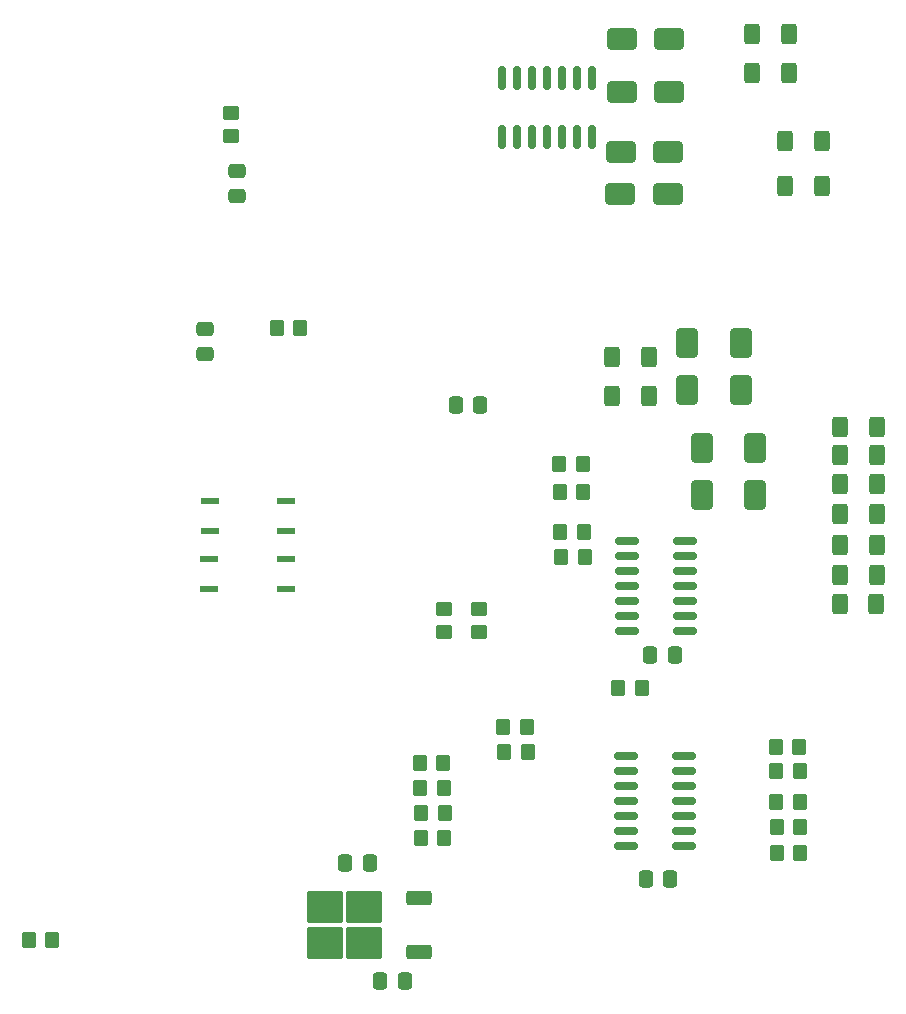
<source format=gbr>
%TF.GenerationSoftware,KiCad,Pcbnew,7.0.9*%
%TF.CreationDate,2024-02-15T16:51:20+05:30*%
%TF.ProjectId,BMS OPAMP,424d5320-4f50-4414-9d50-2e6b69636164,rev?*%
%TF.SameCoordinates,Original*%
%TF.FileFunction,Paste,Bot*%
%TF.FilePolarity,Positive*%
%FSLAX46Y46*%
G04 Gerber Fmt 4.6, Leading zero omitted, Abs format (unit mm)*
G04 Created by KiCad (PCBNEW 7.0.9) date 2024-02-15 16:51:20*
%MOMM*%
%LPD*%
G01*
G04 APERTURE LIST*
G04 Aperture macros list*
%AMRoundRect*
0 Rectangle with rounded corners*
0 $1 Rounding radius*
0 $2 $3 $4 $5 $6 $7 $8 $9 X,Y pos of 4 corners*
0 Add a 4 corners polygon primitive as box body*
4,1,4,$2,$3,$4,$5,$6,$7,$8,$9,$2,$3,0*
0 Add four circle primitives for the rounded corners*
1,1,$1+$1,$2,$3*
1,1,$1+$1,$4,$5*
1,1,$1+$1,$6,$7*
1,1,$1+$1,$8,$9*
0 Add four rect primitives between the rounded corners*
20,1,$1+$1,$2,$3,$4,$5,0*
20,1,$1+$1,$4,$5,$6,$7,0*
20,1,$1+$1,$6,$7,$8,$9,0*
20,1,$1+$1,$8,$9,$2,$3,0*%
G04 Aperture macros list end*
%ADD10RoundRect,0.250000X-0.475000X0.337500X-0.475000X-0.337500X0.475000X-0.337500X0.475000X0.337500X0*%
%ADD11RoundRect,0.250000X-0.450000X0.350000X-0.450000X-0.350000X0.450000X-0.350000X0.450000X0.350000X0*%
%ADD12RoundRect,0.250000X0.400000X0.625000X-0.400000X0.625000X-0.400000X-0.625000X0.400000X-0.625000X0*%
%ADD13RoundRect,0.137500X0.662500X0.137500X-0.662500X0.137500X-0.662500X-0.137500X0.662500X-0.137500X0*%
%ADD14RoundRect,0.250000X-0.350000X-0.450000X0.350000X-0.450000X0.350000X0.450000X-0.350000X0.450000X0*%
%ADD15RoundRect,0.150000X0.150000X-0.825000X0.150000X0.825000X-0.150000X0.825000X-0.150000X-0.825000X0*%
%ADD16RoundRect,0.250000X-0.650000X1.000000X-0.650000X-1.000000X0.650000X-1.000000X0.650000X1.000000X0*%
%ADD17RoundRect,0.150000X-0.825000X-0.150000X0.825000X-0.150000X0.825000X0.150000X-0.825000X0.150000X0*%
%ADD18RoundRect,0.250000X0.350000X0.450000X-0.350000X0.450000X-0.350000X-0.450000X0.350000X-0.450000X0*%
%ADD19RoundRect,0.250000X-0.400000X-0.625000X0.400000X-0.625000X0.400000X0.625000X-0.400000X0.625000X0*%
%ADD20RoundRect,0.250000X1.000000X0.650000X-1.000000X0.650000X-1.000000X-0.650000X1.000000X-0.650000X0*%
%ADD21RoundRect,0.250000X0.475000X-0.337500X0.475000X0.337500X-0.475000X0.337500X-0.475000X-0.337500X0*%
%ADD22RoundRect,0.250000X0.337500X0.475000X-0.337500X0.475000X-0.337500X-0.475000X0.337500X-0.475000X0*%
%ADD23RoundRect,0.250000X0.850000X0.350000X-0.850000X0.350000X-0.850000X-0.350000X0.850000X-0.350000X0*%
%ADD24RoundRect,0.250000X1.275000X1.125000X-1.275000X1.125000X-1.275000X-1.125000X1.275000X-1.125000X0*%
%ADD25RoundRect,0.250000X-0.337500X-0.475000X0.337500X-0.475000X0.337500X0.475000X-0.337500X0.475000X0*%
G04 APERTURE END LIST*
D10*
%TO.C,C10*%
X46500000Y-30962500D03*
X46500000Y-33037500D03*
%TD*%
D11*
%TO.C,R8*%
X46000000Y-26000000D03*
X46000000Y-28000000D03*
%TD*%
D12*
%TO.C,R63*%
X93218000Y-22619400D03*
X90118000Y-22619400D03*
%TD*%
D13*
%TO.C,U3*%
X50671800Y-58877200D03*
X50671800Y-61417200D03*
X44171800Y-61417200D03*
X44171800Y-58877200D03*
%TD*%
D12*
%TO.C,R57*%
X95986600Y-32220600D03*
X92886600Y-32220600D03*
%TD*%
D14*
%TO.C,R37*%
X73853800Y-61508000D03*
X75853800Y-61508000D03*
%TD*%
D15*
%TO.C,U11*%
X76555000Y-28027400D03*
X75285000Y-28027400D03*
X74015000Y-28027400D03*
X72745000Y-28027400D03*
X71475000Y-28027400D03*
X70205000Y-28027400D03*
X68935000Y-28027400D03*
X68935000Y-23077400D03*
X70205000Y-23077400D03*
X71475000Y-23077400D03*
X72745000Y-23077400D03*
X74015000Y-23077400D03*
X75285000Y-23077400D03*
X76555000Y-23077400D03*
%TD*%
D16*
%TO.C,D7*%
X85823200Y-54394600D03*
X85823200Y-58394600D03*
%TD*%
%TO.C,D10*%
X89157400Y-45472600D03*
X89157400Y-49472600D03*
%TD*%
D17*
%TO.C,U10*%
X79476600Y-69875400D03*
X79476600Y-68605400D03*
X79476600Y-67335400D03*
X79476600Y-66065400D03*
X79476600Y-64795400D03*
X79476600Y-63525400D03*
X79476600Y-62255400D03*
X84426600Y-62255400D03*
X84426600Y-63525400D03*
X84426600Y-64795400D03*
X84426600Y-66065400D03*
X84426600Y-67335400D03*
X84426600Y-68605400D03*
X84426600Y-69875400D03*
%TD*%
D18*
%TO.C,R15*%
X94116400Y-81737200D03*
X92116400Y-81737200D03*
%TD*%
D14*
%TO.C,R12*%
X69120000Y-80111600D03*
X71120000Y-80111600D03*
%TD*%
D18*
%TO.C,R42*%
X75803000Y-58089800D03*
X73803000Y-58089800D03*
%TD*%
D14*
%TO.C,R19*%
X69043800Y-78054200D03*
X71043800Y-78054200D03*
%TD*%
D19*
%TO.C,F2*%
X97534800Y-55016400D03*
X100634800Y-55016400D03*
%TD*%
D20*
%TO.C,D16*%
X83050800Y-24285800D03*
X79050800Y-24285800D03*
%TD*%
D14*
%TO.C,R9*%
X49850800Y-44272200D03*
X51850800Y-44272200D03*
%TD*%
D21*
%TO.C,C7*%
X43764200Y-46401900D03*
X43764200Y-44326900D03*
%TD*%
D11*
%TO.C,R33*%
X66979800Y-67986400D03*
X66979800Y-69986400D03*
%TD*%
D20*
%TO.C,D11*%
X82974600Y-29311600D03*
X78974600Y-29311600D03*
%TD*%
D12*
%TO.C,R62*%
X93218000Y-19329400D03*
X90118000Y-19329400D03*
%TD*%
D22*
%TO.C,C9*%
X60676700Y-99542600D03*
X58601700Y-99542600D03*
%TD*%
D18*
%TO.C,R29*%
X64042800Y-87452200D03*
X62042800Y-87452200D03*
%TD*%
D19*
%TO.C,F4*%
X97534800Y-59969400D03*
X100634800Y-59969400D03*
%TD*%
D18*
%TO.C,R31*%
X63966600Y-81076800D03*
X61966600Y-81076800D03*
%TD*%
D12*
%TO.C,R48*%
X81331400Y-46685200D03*
X78231400Y-46685200D03*
%TD*%
%TO.C,R49*%
X81331400Y-49975200D03*
X78231400Y-49975200D03*
%TD*%
D18*
%TO.C,R2*%
X30845000Y-96012000D03*
X28845000Y-96012000D03*
%TD*%
%TO.C,R16*%
X94192600Y-88696800D03*
X92192600Y-88696800D03*
%TD*%
D22*
%TO.C,C8*%
X57704900Y-89560400D03*
X55629900Y-89560400D03*
%TD*%
D18*
%TO.C,R35*%
X80740000Y-74752200D03*
X78740000Y-74752200D03*
%TD*%
D20*
%TO.C,D12*%
X82949200Y-32918400D03*
X78949200Y-32918400D03*
%TD*%
D19*
%TO.C,F1*%
X97534800Y-52603400D03*
X100634800Y-52603400D03*
%TD*%
D17*
%TO.C,U9*%
X79414600Y-88087200D03*
X79414600Y-86817200D03*
X79414600Y-85547200D03*
X79414600Y-84277200D03*
X79414600Y-83007200D03*
X79414600Y-81737200D03*
X79414600Y-80467200D03*
X84364600Y-80467200D03*
X84364600Y-81737200D03*
X84364600Y-83007200D03*
X84364600Y-84277200D03*
X84364600Y-85547200D03*
X84364600Y-86817200D03*
X84364600Y-88087200D03*
%TD*%
D12*
%TO.C,R56*%
X95986600Y-28397200D03*
X92886600Y-28397200D03*
%TD*%
D23*
%TO.C,U8*%
X61875200Y-92462000D03*
D24*
X57250200Y-96267000D03*
X57250200Y-93217000D03*
X53900200Y-96267000D03*
X53900200Y-93217000D03*
D23*
X61875200Y-97022000D03*
%TD*%
D18*
%TO.C,R28*%
X63992000Y-83210400D03*
X61992000Y-83210400D03*
%TD*%
%TO.C,R18*%
X94091000Y-79679800D03*
X92091000Y-79679800D03*
%TD*%
D16*
%TO.C,D9*%
X84607400Y-45472600D03*
X84607400Y-49472600D03*
%TD*%
D13*
%TO.C,U5*%
X50646400Y-63754000D03*
X50646400Y-66294000D03*
X44146400Y-66294000D03*
X44146400Y-63754000D03*
%TD*%
D18*
%TO.C,R30*%
X64068200Y-85293200D03*
X62068200Y-85293200D03*
%TD*%
D19*
%TO.C,F7*%
X97508800Y-67589400D03*
X100608800Y-67589400D03*
%TD*%
D16*
%TO.C,D8*%
X90373200Y-54394600D03*
X90373200Y-58394600D03*
%TD*%
D18*
%TO.C,R17*%
X94167200Y-86512400D03*
X92167200Y-86512400D03*
%TD*%
D19*
%TO.C,F3*%
X97534800Y-57429400D03*
X100634800Y-57429400D03*
%TD*%
%TO.C,F5*%
X97534800Y-62636400D03*
X100634800Y-62636400D03*
%TD*%
D14*
%TO.C,R34*%
X73930000Y-63652400D03*
X75930000Y-63652400D03*
%TD*%
D22*
%TO.C,C13*%
X83155700Y-90881200D03*
X81080700Y-90881200D03*
%TD*%
D18*
%TO.C,R43*%
X75777600Y-55753000D03*
X73777600Y-55753000D03*
%TD*%
D19*
%TO.C,F6*%
X97534800Y-65176400D03*
X100634800Y-65176400D03*
%TD*%
D25*
%TO.C,C11*%
X81461700Y-71958200D03*
X83536700Y-71958200D03*
%TD*%
D11*
%TO.C,R32*%
X64029800Y-67986400D03*
X64029800Y-69986400D03*
%TD*%
D22*
%TO.C,C12*%
X67077500Y-50749200D03*
X65002500Y-50749200D03*
%TD*%
D20*
%TO.C,D15*%
X83050800Y-19735800D03*
X79050800Y-19735800D03*
%TD*%
D18*
%TO.C,R14*%
X94141800Y-84378800D03*
X92141800Y-84378800D03*
%TD*%
M02*

</source>
